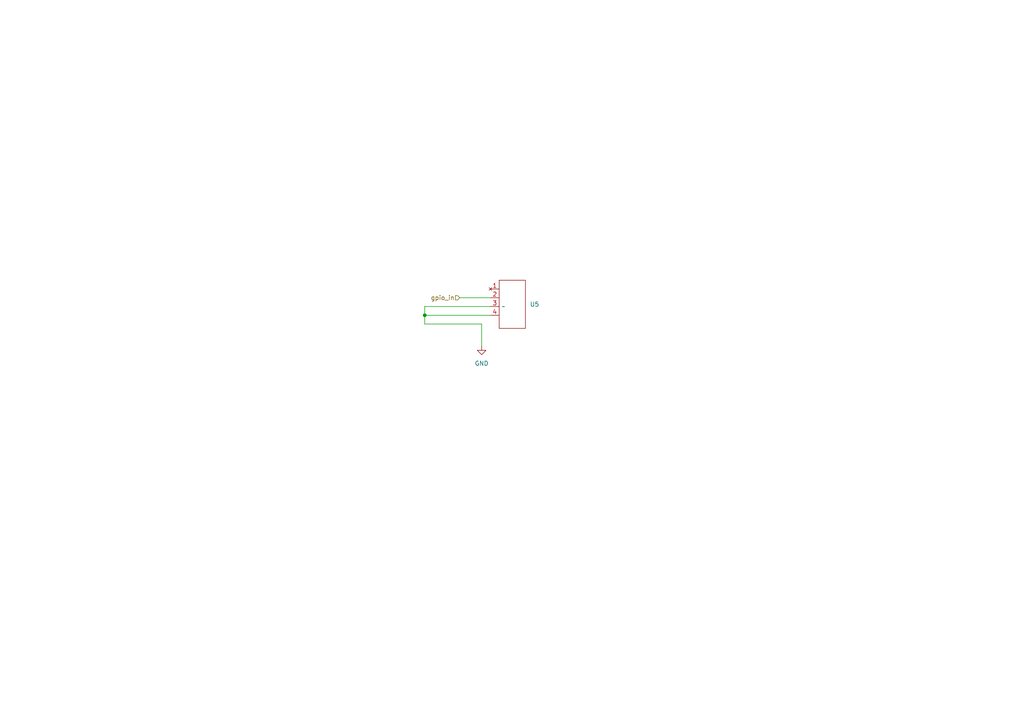
<source format=kicad_sch>
(kicad_sch (version 20230121) (generator eeschema)
  (paper "A4")
  (lib_symbols
    (symbol "cdog_symbols:Tactile_Button_C2888437"
      (property "Reference" "U" (at 0 0 0))
      (property "LCSC" "C221902" (at 2.54 -5.08 0))
      (symbol "Tactile_Button_C2888437_0_1"
        (rectangle (start -1.27 7.62) (end 6.35 -6.35))
      )
      (symbol "Tactile_Button_C2888437_1_1"
        (pin no_connect line (at -3.81 5.08 0) (length 2.54) (name "") (number "1"))
        (pin input line (at -3.81 2.54 0) (length 2.54) (name "") (number "2"))
        (pin input line (at -3.81 0 0) (length 2.54) (name "") (number "3"))
        (pin input line (at -3.81 -2.54 0) (length 2.54) (name "") (number "4"))
      )
    )
    (symbol "power:GND" (power) (pin_names (offset 0))
      (property "Value" "GND" (at 0 -3.81 0))
      (symbol "GND_0_1"
        (polyline (pts (xy 0 0) (xy 0 -1.27) (xy 1.27 -1.27) (xy 0 -2.54) (xy -1.27 -1.27) (xy 0 -1.27)))
      )
      (symbol "GND_1_1"
        (pin power_in line (at 0 0 270) (length 0) hide (name "GND") (number "1"))
      )
    )
  )
  (junction (at 123.19 91.44))
  (wire (pts (xy 123.19 88.9) (xy 142.24 88.9)))
  (wire (pts (xy 123.19 93.98) (xy 139.7 93.98)))
  (wire (pts (xy 133.35 86.36) (xy 142.24 86.36)))
  (wire (pts (xy 139.7 93.98) (xy 139.7 100.33)))
  (wire (pts (xy 123.19 88.9) (xy 123.19 91.44)))
  (wire (pts (xy 123.19 91.44) (xy 123.19 93.98)))
  (wire (pts (xy 123.19 91.44) (xy 142.24 91.44)))
  (hierarchical_label "gpio_in" (shape input) (at 133.35 86.36 180))
  (symbol (lib_id "cdog_symbols:Tactile_Button_C2888437") (at 146.05 88.9 0) (unit 1)
    (property "Reference" "U5" (at 153.67 88.265 0) (effects (justify left)))
    (property "Value" "~" (at 146.05 88.9 0))
    (property "Footprint" "cdog:Game_Conn_Button_C221902" (effects hide))
    (property "LCSC" "C221902" (effects hide))
  )
  (symbol (lib_id "power:GND") (at 139.7 100.33 0) (unit 1)
    (property "Reference" "#PWR020" (effects hide))
    (property "Value" "GND" (at 139.7 105.41 0))
  )
)
</source>
